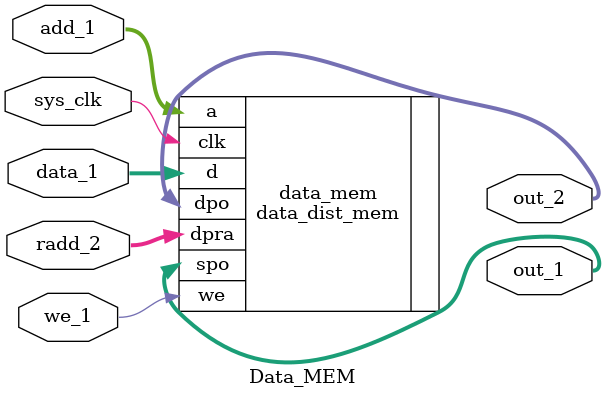
<source format=v>
`timescale 1ns / 1ps

/*
    The data memory unit 
    use a dist_mem

    last edit: 2022.4.6
*/

module Data_MEM(
    input sys_clk,
    input [7:0] add_1,
    input [31:0] data_1,
    input we_1,
    input [7:0] radd_2,
    output [31:0] out_1, out_2
);


    data_dist_mem data_mem (
    .a(add_1),        // input wire [7 : 0] a
    .d(data_1),        // input wire [31 : 0] d
    .dpra(radd_2),  // input wire [7 : 0] dpra
    .clk(sys_clk),    // input wire clk
    .we(we_1),      // input wire we
    .spo(out_1),    // output wire [31 : 0] spo
    .dpo(out_2)    // output wire [31 : 0] dpo
    );
endmodule

</source>
